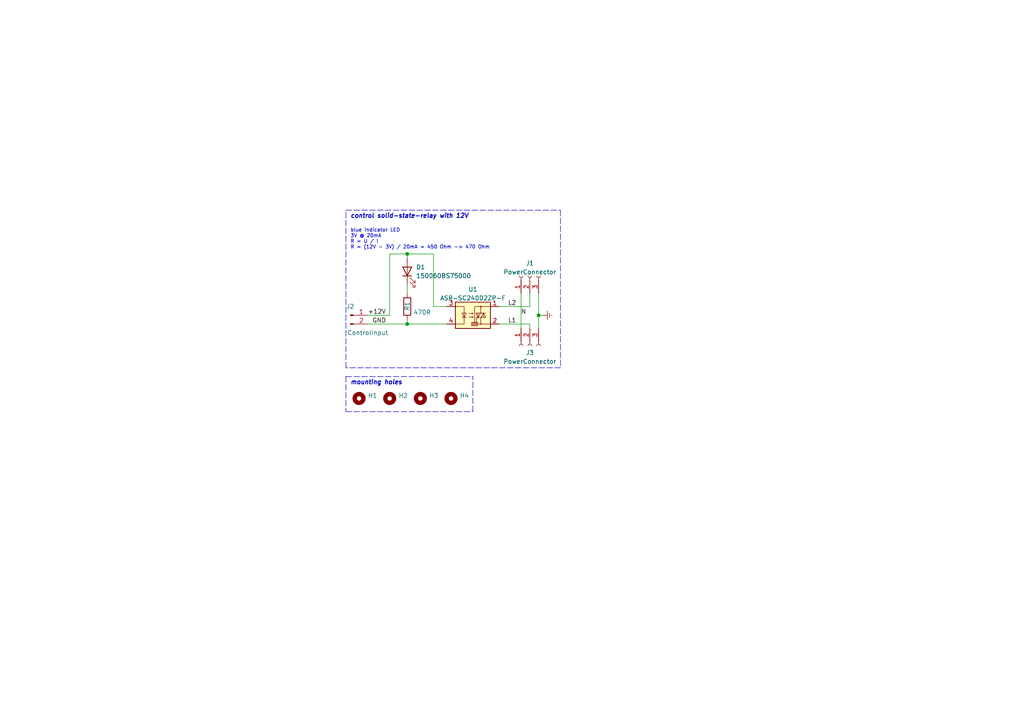
<source format=kicad_sch>
(kicad_sch (version 20211123) (generator eeschema)
  (paper "A4")
  (lib_symbols
    (symbol "Connector:Conn_01x02_Male" (pin_names (offset 1.016) hide)
      (property "Reference" "J" (at 0 2.54 0))
      (property "Value" "Conn_01x02_Male" (at 0 -5.08 0))
      (symbol "Conn_01x02_Male_1_1"
        (polyline (pts (xy 1.27 -2.54) (xy 0.8636 -2.54)) (stroke (width 0.1524)))
        (polyline (pts (xy 1.27 0) (xy 0.8636 0)) (stroke (width 0.1524)))
        (rectangle (start 0.8636 -2.413) (end 0 -2.667) (stroke (width 0.1524)) (fill (type outline)))
        (rectangle (start 0.8636 0.127) (end 0 -0.127) (stroke (width 0.1524)) (fill (type outline)))
        (pin passive line (at 5.08 0 180) (length 3.81) (name "Pin_1") (number "1"))
        (pin passive line (at 5.08 -2.54 180) (length 3.81) (name "Pin_2") (number "2"))
      )
    )
    (symbol "Connector:Conn_01x03_Female" (pin_names (offset 1.016) hide)
      (property "Reference" "J" (at 0 5.08 0))
      (property "Value" "Conn_01x03_Female" (at 0 -5.08 0))
      (symbol "Conn_01x03_Female_1_1"
        (arc (start 0 -2.032) (mid -0.508 -2.54) (end 0 -3.048) (stroke (width 0.1524)))
        (polyline (pts (xy -1.27 -2.54) (xy -0.508 -2.54)) (stroke (width 0.1524)))
        (polyline (pts (xy -1.27 0) (xy -0.508 0)) (stroke (width 0.1524)))
        (polyline (pts (xy -1.27 2.54) (xy -0.508 2.54)) (stroke (width 0.1524)))
        (arc (start 0 0.508) (mid -0.508 0) (end 0 -0.508) (stroke (width 0.1524)))
        (arc (start 0 3.048) (mid -0.508 2.54) (end 0 2.032) (stroke (width 0.1524)))
        (pin passive line (at -5.08 2.54 0) (length 3.81) (name "Pin_1") (number "1"))
        (pin passive line (at -5.08 0 0) (length 3.81) (name "Pin_2") (number "2"))
        (pin passive line (at -5.08 -2.54 0) (length 3.81) (name "Pin_3") (number "3"))
      )
    )
    (symbol "Device:LED" (pin_numbers hide) (pin_names (offset 1.016) hide)
      (property "Reference" "D" (at 0 2.54 0))
      (property "Value" "LED" (at 0 -2.54 0))
      (symbol "LED_0_1"
        (polyline (pts (xy -1.27 -1.27) (xy -1.27 1.27)) (stroke (width 0.254)))
        (polyline (pts (xy -1.27 0) (xy 1.27 0)))
        (polyline (pts (xy 1.27 -1.27) (xy 1.27 1.27) (xy -1.27 0) (xy 1.27 -1.27)) (stroke (width 0.254)))
        (polyline (pts (xy -3.048 -0.762) (xy -4.572 -2.286) (xy -3.81 -2.286) (xy -4.572 -2.286) (xy -4.572 -1.524)))
        (polyline (pts (xy -1.778 -0.762) (xy -3.302 -2.286) (xy -2.54 -2.286) (xy -3.302 -2.286) (xy -3.302 -1.524)))
      )
      (symbol "LED_1_1"
        (pin passive line (at -3.81 0 0) (length 2.54) (name "K") (number "1"))
        (pin passive line (at 3.81 0 180) (length 2.54) (name "A") (number "2"))
      )
    )
    (symbol "Device:R" (pin_numbers hide) (pin_names (offset 0))
      (property "Reference" "R" (at 2.032 0 90))
      (property "Value" "R" (at 0 0 90))
      (symbol "R_0_1"
        (rectangle (start -1.016 -2.54) (end 1.016 2.54) (stroke (width 0.254)))
      )
      (symbol "R_1_1"
        (pin passive line (at 0 3.81 270) (length 1.27) (name "~") (number "1"))
        (pin passive line (at 0 -3.81 90) (length 1.27) (name "~") (number "2"))
      )
    )
    (symbol "Mechanical:MountingHole" (pin_names (offset 1.016))
      (property "Reference" "H" (at 0 5.08 0))
      (property "Value" "MountingHole" (at 0 3.175 0))
      (symbol "MountingHole_0_1"
        (circle (center 0 0) (radius 1.27) (stroke (width 1.27)))
      )
    )
    (symbol "extraSymbols:ASR-SC"
      (property "Reference" "U" (at -5.08 5.08 0))
      (property "Value" "ASR-SC" (at 0 5.08 0))
      (symbol "ASR-SC_0_0"
        (rectangle (start -0.381 -2.032) (end 1.397 -3.048))
        (polyline (pts (xy 2.286 -2.54) (xy 1.397 -2.54)))
        (polyline (pts (xy 1.524 -0.635) (xy 1.016 -1.016) (xy 1.016 -2.032)))
        (text "ZCD" (at 0.508 -2.54 0) (effects (font (size 0.508 0.508))))
      )
      (symbol "ASR-SC_0_1"
        (rectangle (start -5.08 3.81) (end 5.08 -3.81) (stroke (width 0.254)) (fill (type background)))
        (polyline (pts (xy -3.175 -0.635) (xy -1.905 -0.635)))
        (polyline (pts (xy 1.524 -0.635) (xy 1.524 0.635)))
        (polyline (pts (xy 3.048 0.635) (xy 3.048 -0.635)))
        (polyline (pts (xy 2.286 -0.635) (xy 2.286 -2.54) (xy 5.08 -2.54)))
        (polyline (pts (xy 2.286 0.635) (xy 2.286 2.54) (xy 5.08 2.54)))
        (polyline (pts (xy 2.286 2.54) (xy 0.508 2.54) (xy 0.508 -2.032)))
        (polyline (pts (xy -5.08 2.54) (xy -2.54 2.54) (xy -2.54 -2.54) (xy -5.08 -2.54)))
        (polyline (pts (xy -2.54 -0.635) (xy -3.175 0.635) (xy -1.905 0.635) (xy -2.54 -0.635)))
        (polyline (pts (xy 0.889 -0.635) (xy 3.683 -0.635) (xy 3.048 0.635) (xy 2.413 -0.635)))
        (polyline (pts (xy 3.683 0.635) (xy 0.889 0.635) (xy 1.524 -0.635) (xy 2.159 0.635)))
        (polyline (pts (xy -1.143 -0.508) (xy 0.127 -0.508) (xy -0.254 -0.635) (xy -0.254 -0.381) (xy 0.127 -0.508)))
        (polyline (pts (xy -1.143 0.508) (xy 0.127 0.508) (xy -0.254 0.381) (xy -0.254 0.635) (xy 0.127 0.508)))
        (circle (center 2.286 -2.54) (radius 0.127))
        (circle (center 2.286 2.54) (radius 0.127))
      )
      (symbol "ASR-SC_1_1"
        (pin passive line (at 7.62 2.54 180) (length 2.54) (name "~") (number "1"))
        (pin passive line (at 7.62 -2.54 180) (length 2.54) (name "~") (number "2"))
        (pin passive line (at -7.62 2.54 0) (length 2.54) (name "~") (number "3"))
        (pin passive line (at -7.62 -2.54 0) (length 2.54) (name "~") (number "4"))
      )
    )
    (symbol "power:Earth" (power) (pin_names (offset 0))
      (symbol "Earth_0_1"
        (polyline (pts (xy -0.635 -1.905) (xy 0.635 -1.905)))
        (polyline (pts (xy -0.127 -2.54) (xy 0.127 -2.54)))
        (polyline (pts (xy 0 -1.27) (xy 0 0)))
        (polyline (pts (xy 1.27 -1.27) (xy -1.27 -1.27)))
      )
      (symbol "Earth_1_1"
        (pin power_in line (at 0 0 270) (length 0) hide (name "Earth") (number "1"))
      )
    )
  )
  (junction (at 156.21 91.44))
  (junction (at 118.11 73.66))
  (junction (at 118.11 93.98))
  (wire (pts (xy 118.11 92.71) (xy 118.11 93.98)))
  (wire (pts (xy 125.73 88.9) (xy 125.73 73.66)))
  (polyline (pts (xy 100.33 109.22) (xy 100.33 119.38)))
  (wire (pts (xy 118.11 73.66) (xy 125.73 73.66)))
  (polyline (pts (xy 100.33 119.38) (xy 137.16 119.38)))
  (wire (pts (xy 106.68 93.98) (xy 118.11 93.98)))
  (wire (pts (xy 153.67 88.9) (xy 153.67 85.09)))
  (wire (pts (xy 156.21 91.44) (xy 156.21 95.25)))
  (polyline (pts (xy 100.33 60.96) (xy 162.56 60.96)))
  (wire (pts (xy 156.21 91.44) (xy 157.48 91.44)))
  (wire (pts (xy 118.11 93.98) (xy 129.54 93.98)))
  (polyline (pts (xy 137.16 119.38) (xy 137.16 109.22)))
  (wire (pts (xy 151.13 85.09) (xy 151.13 95.25)))
  (wire (pts (xy 113.03 73.66) (xy 118.11 73.66)))
  (wire (pts (xy 125.73 88.9) (xy 129.54 88.9)))
  (wire (pts (xy 118.11 82.55) (xy 118.11 85.09)))
  (polyline (pts (xy 162.56 106.68) (xy 100.33 106.68)))
  (wire (pts (xy 113.03 91.44) (xy 106.68 91.44)))
  (wire (pts (xy 113.03 73.66) (xy 113.03 91.44)))
  (polyline (pts (xy 162.56 60.96) (xy 162.56 106.68)))
  (polyline (pts (xy 100.33 109.22) (xy 137.16 109.22)))
  (polyline (pts (xy 100.33 106.68) (xy 100.33 60.96)))
  (wire (pts (xy 153.67 95.25) (xy 153.67 93.98)))
  (wire (pts (xy 118.11 73.66) (xy 118.11 74.93)))
  (wire (pts (xy 153.67 93.98) (xy 144.78 93.98)))
  (wire (pts (xy 144.78 88.9) (xy 153.67 88.9)))
  (wire (pts (xy 156.21 85.09) (xy 156.21 91.44)))
  (text "control solid-state-relay with 12V\n" (at 101.6 63.5 0) (effects (font (size 1.27 1.27) (thickness 0.254) bold italic) (justify left bottom)))
  (text "mounting holes" (at 101.6 111.76 0) (effects (font (size 1.27 1.27) (thickness 0.254) bold italic) (justify left bottom)))
  (text "blue indicator LED\n3V @ 20mA\nR = U / I\nR = (12V - 3V) / 20mA = 450 Ohm -> 470 Ohm" (at 101.6 72.39 0) (effects (font (size 1.016 1.016)) (justify left bottom)))
  (label "+12V" (at 106.68 91.44 0))
  (label "L1" (at 147.32 93.98 0))
  (label "N" (at 151.13 91.44 0))
  (label "L2" (at 147.32 88.9 0))
  (label "GND" (at 107.95 93.98 0))
  (symbol (lib_id "Mechanical:MountingHole") (at 130.81 115.57 0) (unit 1)
    (property "Reference" "H4" (at 133.35 114.7353 0) (effects (justify left)))
    (property "Value" "MountingHole" (effects hide))
    (property "Footprint" "MountingHole:MountingHole_3.2mm_M3_ISO14580" (effects hide))
  )
  (symbol (lib_id "Device:LED") (at 118.11 78.74 90) (unit 1)
    (property "Reference" "D1" (at 120.65 77.47 90) (effects (justify right)))
    (property "Value" "150060BS75000" (at 120.65 80.01 90) (effects (justify right)))
    (property "Footprint" "LED_SMD:LED_0603_1608Metric" (effects hide))
  )
  (symbol (lib_id "Mechanical:MountingHole") (at 113.03 115.57 0) (unit 1)
    (property "Reference" "H2" (at 115.57 114.7353 0) (effects (justify left)))
    (property "Value" "MountingHole" (effects hide))
    (property "Footprint" "MountingHole:MountingHole_3.2mm_M3_ISO14580" (effects hide))
  )
  (symbol (lib_id "Mechanical:MountingHole") (at 121.92 115.57 0) (unit 1)
    (property "Reference" "H3" (at 124.46 114.7353 0) (effects (justify left)))
    (property "Value" "MountingHole" (effects hide))
    (property "Footprint" "MountingHole:MountingHole_3.2mm_M3_ISO14580" (effects hide))
  )
  (symbol (lib_id "extraSymbols:ASR-SC") (at 137.16 91.44 0) (unit 1)
    (property "Reference" "U1" (at 137.16 83.9302 0))
    (property "Value" "ASR-SC240D2ZP-F" (at 137.16 86.4671 0))
    (property "Footprint" "extraFootprints:T-Type SSR" (effects hide))
    (property "Datasheet" "https://www.altranmagnetics.com/images/category/products/solid-state-relays/ASR-SC_Series_Single_Phase_AC_Spec_Sheet.pdf" (effects hide))
  )
  (symbol (lib_id "Connector:Conn_01x02_Male") (at 101.6 91.44 0) (unit 1)
    (property "Reference" "J2" (at 101.6 88.9 0))
    (property "Value" "ControlInput" (at 106.68 96.52 0))
    (property "Footprint" "Connector_Molex:Molex_PicoBlade_53047-0210_1x02_P1.25mm_Vertical" (effects hide))
  )
  (symbol (lib_id "Connector:Conn_01x03_Female") (at 153.67 80.01 90) (unit 1)
    (property "Reference" "J1" (at 153.67 76.361 90))
    (property "Value" "PowerConnector" (at 153.67 78.8979 90))
    (property "Footprint" "Connector_Phoenix_MSTB:PhoenixContact_MSTBA_2,5_3-G-5,08_1x03_P5.08mm_Horizontal" (effects hide))
  )
  (symbol (lib_id "Mechanical:MountingHole") (at 104.14 115.57 0) (unit 1)
    (property "Reference" "H1" (at 106.68 114.7353 0) (effects (justify left)))
    (property "Value" "MountingHole" (effects hide))
    (property "Footprint" "MountingHole:MountingHole_3.2mm_M3_ISO14580" (effects hide))
  )
  (symbol (lib_id "Connector:Conn_01x03_Female") (at 153.67 100.33 90) (mirror x) (unit 1)
    (property "Reference" "J3" (at 153.67 102.3096 90))
    (property "Value" "PowerConnector" (at 153.67 104.8465 90))
    (property "Footprint" "Connector_Phoenix_MSTB:PhoenixContact_MSTBA_2,5_3-G-5,08_1x03_P5.08mm_Horizontal" (effects hide))
  )
  (symbol (lib_id "Device:R") (at 118.11 88.9 0) (unit 1)
    (property "Reference" "R1" (at 118.11 90.17 90) (effects (justify left)))
    (property "Value" "470R" (at 119.888 90.6022 0) (effects (justify left)))
    (property "Footprint" "Resistor_SMD:R_0603_1608Metric" (effects hide))
  )
  (symbol (lib_id "power:Earth") (at 157.48 91.44 90) (unit 1)
    (property "Reference" "#PWR0101" (effects hide))
    (property "Value" "Earth" (effects hide))
  )
)
</source>
